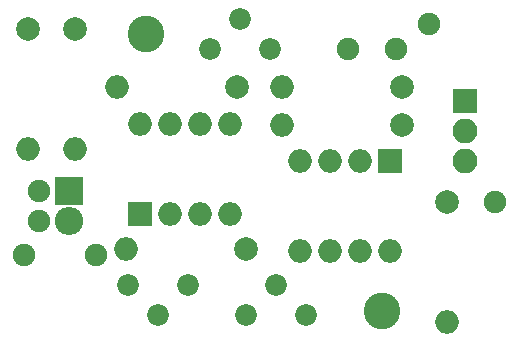
<source format=gts>
G04 #@! TF.GenerationSoftware,KiCad,Pcbnew,(5.1.4)-1*
G04 #@! TF.CreationDate,2019-09-09T23:54:32+02:00*
G04 #@! TF.ProjectId,RTD,5254442e-6b69-4636-9164-5f7063625858,1.2*
G04 #@! TF.SameCoordinates,PXe4e1c0PY29f6300*
G04 #@! TF.FileFunction,Soldermask,Top*
G04 #@! TF.FilePolarity,Negative*
%FSLAX46Y46*%
G04 Gerber Fmt 4.6, Leading zero omitted, Abs format (unit mm)*
G04 Created by KiCad (PCBNEW (5.1.4)-1) date 2019-09-09 23:54:32*
%MOMM*%
%LPD*%
G04 APERTURE LIST*
%ADD10C,1.900000*%
%ADD11O,2.000000X2.000000*%
%ADD12R,2.000000X2.000000*%
%ADD13C,2.000000*%
%ADD14C,1.840000*%
%ADD15R,2.398980X2.398980*%
%ADD16O,2.398980X2.398980*%
%ADD17O,2.100000X2.100000*%
%ADD18R,2.100000X2.100000*%
%ADD19C,3.100000*%
G04 APERTURE END LIST*
D10*
X41515000Y11996000D03*
X33133000Y24950000D03*
X29069000Y24950000D03*
X7796500Y7487500D03*
X1637000Y7487500D03*
X35990500Y27045500D03*
D11*
X32625000Y7868500D03*
X25005000Y15488500D03*
X30085000Y7868500D03*
X27545000Y15488500D03*
X27545000Y7868500D03*
X30085000Y15488500D03*
X25005000Y7868500D03*
D12*
X32625000Y15488500D03*
D11*
X11479500Y18600000D03*
X19099500Y10980000D03*
X14019500Y18600000D03*
X16559500Y10980000D03*
X16559500Y18600000D03*
X14019500Y10980000D03*
X19099500Y18600000D03*
D12*
X11479500Y10980000D03*
D11*
X37514500Y1836000D03*
D13*
X37514500Y11996000D03*
D11*
X23481000Y18536500D03*
D13*
X33641000Y18536500D03*
D14*
X25576500Y2407500D03*
X23036500Y4947500D03*
X20496500Y2407500D03*
D11*
X23481000Y21775000D03*
D13*
X33641000Y21775000D03*
D11*
X9511000Y21775000D03*
D13*
X19671000Y21775000D03*
D11*
X6018500Y16504500D03*
D13*
X6018500Y26664500D03*
D11*
X2018000Y16504500D03*
D13*
X2018000Y26664500D03*
D11*
X10336500Y7995500D03*
D13*
X20496500Y7995500D03*
D10*
X2970500Y12948500D03*
X2970500Y10408500D03*
D15*
X5510500Y12948500D03*
D16*
X5510500Y10408500D03*
D14*
X10463500Y4947500D03*
X13003500Y2407500D03*
X15543500Y4947500D03*
X22528500Y24950000D03*
X19988500Y27490000D03*
X17448500Y24950000D03*
D17*
X39038500Y15488500D03*
X39038500Y18028500D03*
D18*
X39038500Y20568500D03*
D19*
X32000000Y2750000D03*
X12000000Y26250000D03*
M02*

</source>
